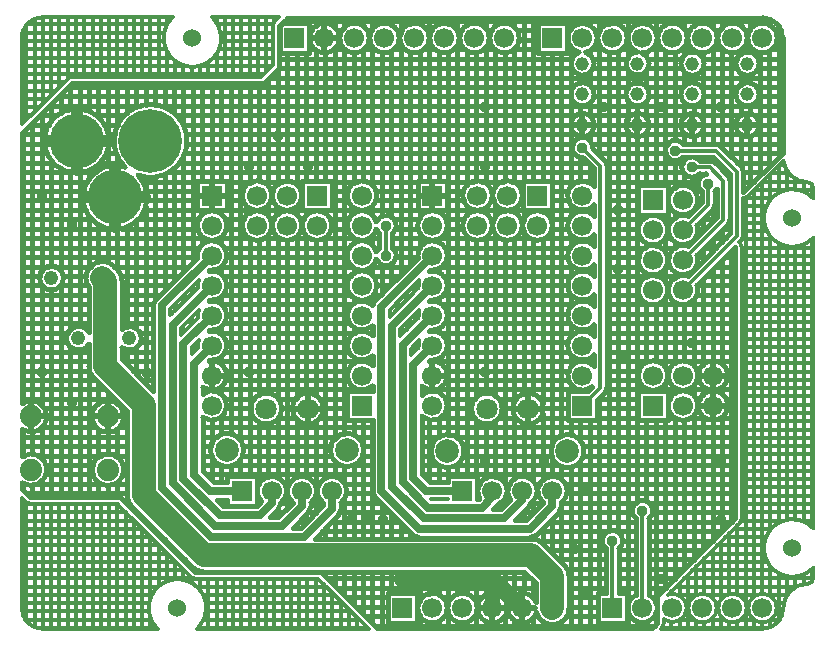
<source format=gbl>
%FSLAX44Y44*%
%MOMM*%
G71*
G01*
G75*
G04 Layer_Physical_Order=2*
G04 Layer_Color=16711680*
%ADD10C,0.4000*%
%ADD11C,0.3000*%
%ADD12C,0.5000*%
%ADD13C,0.8000*%
%ADD14C,1.0000*%
%ADD15C,2.0000*%
%ADD16C,1.5000*%
%ADD17C,1.7000*%
%ADD18R,1.7000X1.7000*%
%ADD19C,1.1600*%
%ADD20C,1.8000*%
%ADD21R,1.7000X1.7000*%
%ADD22C,1.8800*%
%ADD23C,2.0000*%
%ADD24C,4.6200*%
%ADD25C,5.3800*%
%ADD26C,1.2200*%
%ADD27C,1.5240*%
%ADD28C,0.9400*%
%ADD29C,0.7000*%
%ADD30C,1.3000*%
D10*
X652130Y508000D02*
G03*
X635000Y525130I-17130J0D01*
G01*
X647500Y508000D02*
G03*
X647500Y508000I-12500J0D01*
G01*
X632100Y486340D02*
G03*
X632100Y486340I-9800J0D01*
G01*
X622100Y508000D02*
G03*
X622100Y508000I-12500J0D01*
G01*
X632100Y460340D02*
G03*
X632100Y460340I-9800J0D01*
G01*
Y434340D02*
G03*
X632100Y434340I-9800J0D01*
G01*
X596700Y508000D02*
G03*
X596700Y508000I-12500J0D01*
G01*
X585533Y486340D02*
G03*
X585533Y486340I-9800J0D01*
G01*
X571300Y508000D02*
G03*
X571300Y508000I-12500J0D01*
G01*
X585533Y460340D02*
G03*
X585533Y460340I-9800J0D01*
G01*
Y434340D02*
G03*
X585533Y434340I-9800J0D01*
G01*
X568081Y418250D02*
G03*
X568081Y407250I-6741J-5500D01*
G01*
X618910Y394860D02*
G03*
X617291Y398758I-5500J0D01*
G01*
X618910Y394860D02*
G03*
X617299Y398749I-5500J0D01*
G01*
X607480Y387350D02*
G03*
X605861Y391248I-5500J0D01*
G01*
X607480Y387350D02*
G03*
X605869Y391239I-5500J0D01*
G01*
X599418Y416631D02*
G03*
X595520Y418250I-3898J-3881D01*
G01*
X599409Y416639D02*
G03*
X595520Y418250I-3889J-3889D01*
G01*
X594439Y402669D02*
G03*
X590550Y404280I-3889J-3889D01*
G01*
X594448Y402661D02*
G03*
X590550Y404280I-3898J-3881D01*
G01*
X594780Y378069D02*
G03*
X596480Y379926I-5500J6741D01*
G01*
X605861Y350432D02*
G03*
X607480Y354330I-3881J3898D01*
G01*
X605869Y350441D02*
G03*
X607480Y354330I-3889J3889D01*
G01*
X593169Y363141D02*
G03*
X594780Y367030I-3889J3889D01*
G01*
X593161Y363132D02*
G03*
X594780Y367030I-3881J3898D01*
G01*
X582051Y404280D02*
G03*
X577297Y407250I-6741J-5500D01*
G01*
X573323D02*
G03*
X582051Y393280I1987J-8470D01*
G01*
X587293D02*
G03*
X583780Y378069I1987J-8470D01*
G01*
X577203Y362731D02*
G03*
X580190Y370840I-9513J8109D01*
G01*
D02*
G03*
X575799Y361327I-12500J0D01*
G01*
X571738Y357266D02*
G03*
X575799Y335927I-4048J-11826D01*
G01*
X580190Y345440D02*
G03*
X579516Y349488I-12500J0D01*
G01*
X577203Y337331D02*
G03*
X580190Y345440I-9513J8109D01*
G01*
X554790D02*
G03*
X554790Y345440I-12500J0D01*
G01*
X545900Y508000D02*
G03*
X529465Y496135I-12500J0D01*
G01*
X532578Y495527D02*
G03*
X545900Y508000I822J12473D01*
G01*
X520500D02*
G03*
X520500Y508000I-12500J0D01*
G01*
X485231Y495780D02*
G03*
X495100Y508000I-2631J12220D01*
G01*
X529465Y496135D02*
G03*
X538967Y486340I-299J-9796D01*
G01*
D02*
G03*
X532578Y495527I-9800J0D01*
G01*
X538967Y460340D02*
G03*
X538967Y460340I-9800J0D01*
G01*
Y434340D02*
G03*
X538967Y434340I-9800J0D01*
G01*
X492400Y486340D02*
G03*
X485231Y495780I-9800J0D01*
G01*
X495100Y508000D02*
G03*
X479969Y495780I-12500J0D01*
G01*
D02*
G03*
X492400Y486340I2631J-9440D01*
G01*
Y460340D02*
G03*
X492400Y460340I-9800J0D01*
G01*
Y434340D02*
G03*
X492400Y434340I-9800J0D01*
G01*
X429060Y508000D02*
G03*
X429060Y508000I-12500J0D01*
G01*
X403660D02*
G03*
X403660Y508000I-12500J0D01*
G01*
X503340Y400050D02*
G03*
X501729Y403939I-5500J0D01*
G01*
X503340Y400050D02*
G03*
X501721Y403948I-5500J0D01*
G01*
X491300Y415290D02*
G03*
X483478Y406634I-8700J0D01*
G01*
X491256Y414412D02*
G03*
X491300Y415290I-8656J878D01*
G01*
X492340Y382485D02*
G03*
X492340Y366815I-9740J-7835D01*
G01*
Y357085D02*
G03*
X492340Y341415I-9740J-7835D01*
G01*
X431600Y374650D02*
G03*
X431600Y374650I-12500J0D01*
G01*
X406200D02*
G03*
X406200Y374650I-12500J0D01*
G01*
X457000Y349250D02*
G03*
X457000Y349250I-12500J0D01*
G01*
X431600D02*
G03*
X431600Y349250I-12500J0D01*
G01*
X406200D02*
G03*
X406200Y349250I-12500J0D01*
G01*
X580190Y320040D02*
G03*
X579516Y324088I-12500J0D01*
G01*
X577203Y311931D02*
G03*
X580190Y320040I-9513J8109D01*
G01*
X571738Y331866D02*
G03*
X575799Y310527I-4048J-11826D01*
G01*
X580190Y294640D02*
G03*
X579516Y298688I-12500J0D01*
G01*
X571738Y306466D02*
G03*
X580190Y294640I-4048J-11826D01*
G01*
X605590Y222250D02*
G03*
X605590Y222250I-12500J0D01*
G01*
Y196850D02*
G03*
X605590Y196850I-12500J0D01*
G01*
X580190Y222250D02*
G03*
X580190Y222250I-12500J0D01*
G01*
Y196850D02*
G03*
X580190Y196850I-12500J0D01*
G01*
X554790Y320040D02*
G03*
X554790Y320040I-12500J0D01*
G01*
Y294640D02*
G03*
X554790Y294640I-12500J0D01*
G01*
Y222250D02*
G03*
X554790Y222250I-12500J0D01*
G01*
X501729Y208201D02*
G03*
X503340Y212090I-3889J3889D01*
G01*
X501721Y208192D02*
G03*
X503340Y212090I-3881J3898D01*
G01*
X538900Y101209D02*
G03*
X542100Y107950I-5500J6741D01*
G01*
X545850Y26518D02*
G03*
X538900Y36625I-12450J-1119D01*
G01*
X542100Y107950D02*
G03*
X527900Y101209I-8700J0D01*
G01*
X516700Y82550D02*
G03*
X502500Y75809I-8700J0D01*
G01*
X513500D02*
G03*
X516700Y82550I-5500J6741D01*
G01*
X527900Y36625D02*
G03*
X545850Y24281I5500J-11225D01*
G01*
X492340Y306285D02*
G03*
X492340Y290615I-9740J-7835D01*
G01*
Y331685D02*
G03*
X492340Y316015I-9740J-7835D01*
G01*
Y280885D02*
G03*
X492340Y265215I-9740J-7835D01*
G01*
Y255485D02*
G03*
X492340Y239815I-9740J-7835D01*
G01*
Y230085D02*
G03*
X490709Y212737I-9740J-7835D01*
G01*
X483900Y158250D02*
G03*
X483900Y158250I-14000J0D01*
G01*
X464700Y114460D02*
G03*
X469700Y124460I-7500J10000D01*
G01*
D02*
G03*
X449470Y114637I-12500J0D01*
G01*
X449600Y194310D02*
G03*
X449600Y194310I-13000J0D01*
G01*
X414600D02*
G03*
X414600Y194310I-13000J0D01*
G01*
X418900Y124460D02*
G03*
X395353Y118610I-12500J0D01*
G01*
X444300Y124460D02*
G03*
X421595Y117241I-12500J0D01*
G01*
X438777Y114088D02*
G03*
X444300Y124460I-6977J10372D01*
G01*
X410668Y112711D02*
G03*
X418900Y124460I-4268J11749D01*
G01*
X462503Y106457D02*
G03*
X464700Y111760I-5303J5303D01*
G01*
X462503Y106457D02*
G03*
X464700Y111760I-5303J5303D01*
G01*
X449100Y79999D02*
G03*
X439200Y84100I-9900J-9900D01*
G01*
X449100Y79999D02*
G03*
X439200Y84100I-9900J-9900D01*
G01*
X437103Y111537D02*
G03*
X438777Y114088I-5303J5303D01*
G01*
X437103Y111537D02*
G03*
X438777Y114088I-5303J5303D01*
G01*
X437900Y84960D02*
G03*
X443203Y87157I0J7500D01*
G01*
X437900Y84960D02*
G03*
X443203Y87157I0J7500D01*
G01*
X471200Y52100D02*
G03*
X467099Y62000I-14000J0D01*
G01*
X471200Y52100D02*
G03*
X467099Y62000I-14000J0D01*
G01*
X443717Y21629D02*
G03*
X471200Y25400I13483J3771D01*
G01*
X443200Y30527D02*
G03*
X443717Y21629I-11400J-5127D01*
G01*
X418900Y25400D02*
G03*
X418900Y25400I-12500J0D01*
G01*
X393500D02*
G03*
X393500Y25400I-12500J0D01*
G01*
X378260Y508000D02*
G03*
X378260Y508000I-12500J0D01*
G01*
X352860D02*
G03*
X352860Y508000I-12500J0D01*
G01*
X327460D02*
G03*
X327460Y508000I-12500J0D01*
G01*
X308410Y374650D02*
G03*
X308410Y374650I-12500J0D01*
G01*
X302060Y508000D02*
G03*
X302060Y508000I-12500J0D01*
G01*
X276660D02*
G03*
X276660Y508000I-12500J0D01*
G01*
X368100Y349250D02*
G03*
X368100Y349250I-12500J0D01*
G01*
Y323850D02*
G03*
X343226Y322082I-12500J0D01*
G01*
X321730Y342509D02*
G03*
X324930Y349250I-5500J6741D01*
G01*
D02*
G03*
X308052Y352219I-8700J0D01*
G01*
Y346281D02*
G03*
X310730Y342509I8178J2969D01*
G01*
X324930Y323850D02*
G03*
X321730Y330591I-8700J0D01*
G01*
X310730D02*
G03*
X308052Y326819I5500J-6741D01*
G01*
X368100Y298450D02*
G03*
X353042Y310686I-12500J0D01*
G01*
X353832Y311476D02*
G03*
X368100Y323850I1768J12374D01*
G01*
X353832Y286076D02*
G03*
X368100Y298450I1768J12374D01*
G01*
X353832Y260676D02*
G03*
X368100Y273050I1768J12374D01*
G01*
X308052Y320881D02*
G03*
X324930Y323850I8178J2969D01*
G01*
X368100Y273050D02*
G03*
X353042Y285285I-12500J0D01*
G01*
X308052Y352219D02*
G03*
X308052Y346281I-12142J-2969D01*
G01*
Y326819D02*
G03*
X308052Y320881I-12142J-2969D01*
G01*
X270310Y349250D02*
G03*
X270310Y349250I-12500J0D01*
G01*
X308410Y298450D02*
G03*
X308410Y298450I-12500J0D01*
G01*
X307117Y285973D02*
G03*
X304984Y281647I5303J-5303D01*
G01*
X307117Y285973D02*
G03*
X304984Y281647I5303J-5303D01*
G01*
X304984D02*
G03*
X304920Y264386I-9074J-8597D01*
G01*
X106159Y391985D02*
G03*
X147740Y420980I10681J28995D01*
G01*
X244910Y374650D02*
G03*
X244910Y374650I-12500J0D01*
G01*
X219510D02*
G03*
X219510Y374650I-12500J0D01*
G01*
X113940Y372980D02*
G03*
X106159Y391985I-27100J0D01*
G01*
X147740Y420980D02*
G03*
X95457Y398674I-30900J0D01*
G01*
X81440Y420980D02*
G03*
X81440Y420980I-27100J0D01*
G01*
X95457Y398674D02*
G03*
X113940Y372980I-8617J-25694D01*
G01*
X219510Y349250D02*
G03*
X219510Y349250I-12500J0D01*
G01*
X244910D02*
G03*
X244910Y349250I-12500J0D01*
G01*
X181410Y323850D02*
G03*
X156536Y322082I-12500J0D01*
G01*
X181410Y349250D02*
G03*
X181410Y349250I-12500J0D01*
G01*
X167142Y311476D02*
G03*
X181410Y323850I1768J12374D01*
G01*
X167142Y286076D02*
G03*
X181410Y298450I1768J12374D01*
G01*
X167142Y260676D02*
G03*
X181410Y273050I1768J12374D01*
G01*
Y298450D02*
G03*
X166352Y310686I-12500J0D01*
G01*
X181410Y273050D02*
G03*
X166352Y285285I-12500J0D01*
G01*
X121367Y286913D02*
G03*
X119170Y281610I5303J-5303D01*
G01*
X121367Y286913D02*
G03*
X119170Y281610I5303J-5303D01*
G01*
X92700Y302300D02*
G03*
X88600Y312199I-14000J0D01*
G01*
X109160Y253800D02*
G03*
X92700Y261646I-10100J0D01*
G01*
Y302300D02*
G03*
X88600Y312199I-14000J0D01*
G01*
X86100Y314699D02*
G03*
X64700Y296816I-9900J-9900D01*
G01*
X43120Y304800D02*
G03*
X43120Y304800I-10100J0D01*
G01*
X353832Y235276D02*
G03*
X368100Y247650I1768J12374D01*
G01*
D02*
G03*
X353042Y259886I-12500J0D01*
G01*
X368100Y222250D02*
G03*
X353042Y234485I-12500J0D01*
G01*
X346920Y213255D02*
G03*
X368100Y222250I8680J8995D01*
G01*
Y196850D02*
G03*
X346920Y205845I-12500J0D01*
G01*
Y187855D02*
G03*
X368100Y196850I8680J8995D01*
G01*
X382300Y158250D02*
G03*
X382300Y158250I-14000J0D01*
G01*
X304920Y256314D02*
G03*
X304920Y238986I-9010J-8664D01*
G01*
Y230914D02*
G03*
X304920Y213586I-9010J-8664D01*
G01*
X297210Y159250D02*
G03*
X297210Y159250I-14000J0D01*
G01*
X262910Y194310D02*
G03*
X262910Y194310I-13000J0D01*
G01*
X339033Y87157D02*
G03*
X344336Y84960I5303J5303D01*
G01*
X339033Y87157D02*
G03*
X344336Y84960I5303J5303D01*
G01*
X304920Y124376D02*
G03*
X307117Y119073I7500J0D01*
G01*
X304920Y124376D02*
G03*
X307117Y119073I7500J0D01*
G01*
X368100Y25400D02*
G03*
X368100Y25400I-12500J0D01*
G01*
X283010Y124460D02*
G03*
X263010Y114460I-12500J0D01*
G01*
X278010D02*
G03*
X283010Y124460I-7500J10000D01*
G01*
X275813Y103917D02*
G03*
X278010Y109220I-5303J5303D01*
G01*
X252610Y114460D02*
G03*
X257610Y124460I-7500J10000D01*
G01*
D02*
G03*
X237380Y114637I-12500J0D01*
G01*
X275813Y103917D02*
G03*
X278010Y109220I-5303J5303D01*
G01*
X250413Y106457D02*
G03*
X252610Y111760I-5303J5303D01*
G01*
X250413Y106457D02*
G03*
X252610Y111760I-5303J5303D01*
G01*
X167142Y235276D02*
G03*
X181410Y247650I1768J12374D01*
G01*
D02*
G03*
X166352Y259886I-12500J0D01*
G01*
X181410Y222250D02*
G03*
X166352Y234485I-12500J0D01*
G01*
X161170Y212435D02*
G03*
X181410Y222250I7740J9815D01*
G01*
X227910Y194310D02*
G03*
X227910Y194310I-13000J0D01*
G01*
X161170Y187035D02*
G03*
X181410Y196850I7740J9815D01*
G01*
D02*
G03*
X161170Y206665I-12500J0D01*
G01*
X92700Y245954D02*
G03*
X109160Y253800I6360J7846D01*
G01*
X64700Y230100D02*
G03*
X68801Y220201I14000J0D01*
G01*
X64700Y258721D02*
G03*
X64700Y248879I-8820J-4921D01*
G01*
Y230100D02*
G03*
X68801Y220201I14000J0D01*
G01*
X94160Y187600D02*
G03*
X94160Y187600I-13400J0D01*
G01*
X29160D02*
G03*
X8270Y198711I-13400J0D01*
G01*
Y176489D02*
G03*
X29160Y187600I7490J11111D01*
G01*
X232210Y124460D02*
G03*
X210651Y115847I-12500J0D01*
G01*
X195610Y159250D02*
G03*
X195610Y159250I-14000J0D01*
G01*
X227210Y114460D02*
G03*
X232210Y124460I-7500J10000D01*
G01*
X225013Y108997D02*
G03*
X227210Y114300I-5303J5303D01*
G01*
X225013Y108997D02*
G03*
X227210Y114300I-5303J5303D01*
G01*
X151996Y60201D02*
G03*
X161896Y56100I9900J9900D01*
G01*
X151996Y60201D02*
G03*
X161896Y56100I9900J9900D01*
G01*
X94160Y142600D02*
G03*
X94160Y142600I-13400J0D01*
G01*
X29160D02*
G03*
X8270Y153711I-13400J0D01*
G01*
Y131489D02*
G03*
X29160Y142600I7490J11111D01*
G01*
X97170Y120826D02*
G03*
X101271Y110927I14000J0D01*
G01*
X97170Y120826D02*
G03*
X101271Y110927I14000J0D01*
G01*
X645683Y514491D02*
X650853D01*
X640762Y519093D02*
Y524132D01*
X632762Y520298D02*
Y525130D01*
X624762Y515171D02*
Y525130D01*
X643113Y498491D02*
X652130D01*
X647409Y506491D02*
X652130D01*
X631312Y482491D02*
X652130D01*
X631177Y490491D02*
X652130D01*
X617713Y498491D02*
X626887D01*
X616762Y518245D02*
Y525130D01*
X608762Y520472D02*
Y525130D01*
X600762Y516839D02*
Y525130D01*
X594883Y514491D02*
X598917D01*
X592762Y517108D02*
Y525130D01*
X624762Y495826D02*
Y500829D01*
X620283Y514491D02*
X624317D01*
X624762Y469826D02*
Y476854D01*
X616762Y494425D02*
Y497755D01*
Y468425D02*
Y478255D01*
X652130Y410970D02*
Y508000D01*
X648762Y407602D02*
Y518200D01*
X640762Y399602D02*
Y496907D01*
X629929Y466491D02*
X652130D01*
X632762Y391602D02*
Y495702D01*
X632099Y434491D02*
X652130D01*
X631924Y458491D02*
X652130D01*
X628168Y426491D02*
X652130D01*
X627741Y442491D02*
X652130D01*
X624762Y443826D02*
Y450854D01*
X616762Y442425D02*
Y452255D01*
X600762Y415286D02*
Y499160D01*
X592762Y418250D02*
Y498893D01*
X608762Y407286D02*
Y495528D01*
X624762Y383602D02*
Y424854D01*
X616762Y399286D02*
Y426255D01*
X592313Y498491D02*
X601487D01*
X584762Y520487D02*
Y525130D01*
Y490151D02*
Y495513D01*
X576762Y518046D02*
Y525130D01*
X584611Y490491D02*
X613423D01*
X584746Y482491D02*
X613288D01*
X584762Y464151D02*
Y482528D01*
X576762Y470086D02*
Y476594D01*
X583363Y466491D02*
X614671D01*
X569483Y514491D02*
X573517D01*
X568762Y515551D02*
Y525130D01*
Y493228D02*
Y500449D01*
X566913Y498491D02*
X576087D01*
X560762Y520345D02*
Y525130D01*
X576762Y496086D02*
Y497954D01*
X538179Y482491D02*
X566721D01*
X568762Y467228D02*
Y479453D01*
X538044Y490491D02*
X566856D01*
X536796Y466491D02*
X568104D01*
X581174Y442491D02*
X616859D01*
X585357Y458491D02*
X612676D01*
X584762Y438151D02*
Y456529D01*
X576762Y444086D02*
Y450594D01*
X581601Y426491D02*
X616432D01*
X585532Y434491D02*
X612501D01*
X584762Y418250D02*
Y430529D01*
X576762Y418250D02*
Y424594D01*
X568762Y441227D02*
Y453452D01*
X534608Y442491D02*
X570292D01*
X538791Y458491D02*
X566109D01*
X560762Y421431D02*
Y495655D01*
X568762Y418250D02*
Y427453D01*
X538965Y434491D02*
X565934D01*
X535034Y426491D02*
X569865D01*
X605557Y410491D02*
X651651D01*
X613557Y402491D02*
X643651D01*
X599418Y416631D02*
X617291Y398758D01*
X593242Y407250D02*
X607910Y392582D01*
X594448Y402661D02*
X605861Y391248D01*
X618910Y394491D02*
X635651D01*
X618910Y386491D02*
X627651D01*
X602617Y394491D02*
X606001D01*
X592762Y403816D02*
Y407250D01*
X584762Y404280D02*
Y407250D01*
X600762Y396346D02*
Y399730D01*
X595260Y378491D02*
X596480D01*
X594617Y402491D02*
X598001D01*
X584762Y392245D02*
Y393280D01*
X618927Y377767D02*
X652130Y410970D01*
X618910Y377750D02*
Y394860D01*
X607910Y342638D02*
Y392582D01*
X607480Y354330D02*
Y387350D01*
X592519Y362491D02*
X596480D01*
X601919Y346491D02*
X607910D01*
X603319Y322491D02*
X611890D01*
X593919Y338491D02*
X603763D01*
X600762Y335490D02*
Y345334D01*
X594780Y370491D02*
X596480D01*
X594780Y367030D02*
Y378069D01*
X596480Y356608D02*
Y379926D01*
X583780Y369308D02*
Y378069D01*
X585919Y330491D02*
X595763D01*
X592762Y352890D02*
Y362734D01*
Y327490D02*
Y337334D01*
X584519Y354491D02*
X594363D01*
X584762Y344890D02*
Y354734D01*
X577297Y407250D02*
X593242D01*
X582051Y404280D02*
X590550D01*
X567877Y418491D02*
X652130D01*
X568081Y418250D02*
X595520D01*
X582051Y393280D02*
X587293D01*
X580185Y370491D02*
X583780D01*
X503340Y386491D02*
X580744D01*
X577575Y378491D02*
X583300D01*
X568081Y407250D02*
X573323D01*
X568762Y404508D02*
Y407250D01*
X560762Y381244D02*
Y404069D01*
X490690Y418491D02*
X554803D01*
X495177Y410491D02*
X552938D01*
X502769Y402491D02*
X567441D01*
X576762Y379440D02*
Y390202D01*
X568762Y383294D02*
Y393052D01*
X554790Y378491D02*
X557805D01*
X503340Y394491D02*
X567741D01*
X529790Y383340D02*
X554790D01*
X577203Y362731D02*
X583780Y369308D01*
X579516Y349488D02*
X593161Y363132D01*
X571738Y357266D02*
X575799Y361327D01*
X580146Y346491D02*
X586363D01*
X579516Y324088D02*
X605861Y350432D01*
X577203Y337331D02*
X596480Y356608D01*
X554790Y362491D02*
X558387D01*
X554790Y358340D02*
Y383340D01*
X560762Y355844D02*
Y360436D01*
X550912Y354491D02*
X559068D01*
X529790Y358340D02*
X554790D01*
X571738Y331866D02*
X575799Y335927D01*
X560762Y330444D02*
Y335036D01*
X554547Y322491D02*
X555433D01*
X552680Y338491D02*
X557300D01*
X549148Y330491D02*
X560832D01*
X552762Y518945D02*
Y525130D01*
X536762Y520039D02*
Y525130D01*
X544762Y513212D02*
Y525130D01*
X528762Y519608D02*
Y525130D01*
X520762Y491380D02*
Y525130D01*
X541513Y498491D02*
X550687D01*
X544083Y514491D02*
X548117D01*
X536762Y492533D02*
Y495961D01*
X516113Y498491D02*
X525287D01*
X518683Y514491D02*
X522717D01*
X512762Y519557D02*
Y525130D01*
X504762Y520073D02*
Y525130D01*
X496762Y513473D02*
Y525130D01*
X488762Y518876D02*
Y525130D01*
X480762Y520364D02*
Y525130D01*
X490713Y498491D02*
X499887D01*
X493283Y514491D02*
X497317D01*
X491478Y490491D02*
X520289D01*
X488762Y493961D02*
Y497124D01*
X552762Y414200D02*
Y497055D01*
X536762Y466533D02*
Y480147D01*
X544762Y383340D02*
Y502788D01*
X528762Y470132D02*
Y476548D01*
X536762Y440533D02*
Y454147D01*
X528762Y444132D02*
Y450548D01*
X520762Y465379D02*
Y481301D01*
X491613Y482491D02*
X520154D01*
X496762Y408907D02*
Y502527D01*
X488762Y467961D02*
Y478719D01*
X490229Y466491D02*
X521537D01*
X492224Y458491D02*
X519543D01*
X488762Y441961D02*
Y452719D01*
X520762Y439380D02*
Y455300D01*
X488041Y442491D02*
X523726D01*
X464762Y520500D02*
Y525130D01*
X456762Y520500D02*
Y525130D01*
X472762Y515711D02*
Y525130D01*
X444700Y520500D02*
X469700D01*
X448762D02*
Y525130D01*
X424762Y517433D02*
Y525130D01*
X469700Y514491D02*
X471917D01*
X428969Y506491D02*
X444700D01*
X469700Y498491D02*
X474487D01*
X427243Y514491D02*
X444700D01*
X424673Y498491D02*
X444700D01*
X416762Y520498D02*
Y525130D01*
X408762Y517769D02*
Y525130D01*
X400762Y516004D02*
Y525130D01*
X392761Y520397D02*
Y525130D01*
X384762Y518738D02*
Y525130D01*
X376762Y513934D02*
Y525130D01*
X401843Y514491D02*
X405877D01*
X376443D02*
X380477D01*
X399273Y498491D02*
X408447D01*
X368761Y520134D02*
Y525130D01*
X373873Y498491D02*
X383047D01*
X472762Y382361D02*
Y500289D01*
X469700Y495500D02*
Y520500D01*
X456762Y387150D02*
Y495500D01*
X448762Y387150D02*
Y495500D01*
X480762Y469966D02*
Y476714D01*
Y443966D02*
Y450714D01*
X444700Y495500D02*
X469700D01*
X444700D02*
Y520500D01*
X440762Y387150D02*
Y525130D01*
X432762Y387150D02*
Y525130D01*
X400762Y384964D02*
Y499996D01*
X424762Y385794D02*
Y498567D01*
X416762Y386929D02*
Y495502D01*
X408762Y381676D02*
Y498231D01*
X392761Y387115D02*
Y495603D01*
X384762Y383388D02*
Y497262D01*
X536762Y383340D02*
Y428147D01*
X492399Y434491D02*
X519368D01*
X488468Y426491D02*
X523299D01*
X552762Y383340D02*
Y411300D01*
X503340Y378491D02*
X529790D01*
X491256Y414412D02*
X501721Y403948D01*
X492340Y382485D02*
Y397772D01*
X488762Y421432D02*
Y426719D01*
X480762Y423794D02*
Y424714D01*
X486606Y386491D02*
X492340D01*
X488762Y385526D02*
Y401350D01*
X483478Y406634D02*
X492340Y397772D01*
X480762Y387014D02*
Y406786D01*
X536762Y356651D02*
Y358340D01*
X503340Y362491D02*
X529790D01*
X552762Y352266D02*
Y358340D01*
X503340Y354491D02*
X533668D01*
X503340Y370491D02*
X529790D01*
X503340Y346491D02*
X529834D01*
X544762Y332293D02*
Y333187D01*
X536762Y331251D02*
Y334229D01*
X552762Y326866D02*
Y338614D01*
X503340Y338491D02*
X531900D01*
X503340Y330491D02*
X535432D01*
X529790Y358340D02*
Y383340D01*
X488762Y360126D02*
Y363774D01*
X492340Y357085D02*
Y366815D01*
X485499Y362491D02*
X492340D01*
X472762Y356961D02*
Y366939D01*
X488963Y338491D02*
X492340D01*
X488762Y334726D02*
Y338374D01*
X492340Y331685D02*
Y341415D01*
X472762Y331561D02*
Y341539D01*
X457000Y386491D02*
X478594D01*
X457000Y378491D02*
X470705D01*
X457000Y362150D02*
Y387150D01*
X432000D02*
X457000D01*
X423106Y386491D02*
X432000D01*
X430995Y378491D02*
X432000D01*
X457000Y362491D02*
X479701D01*
X457000Y370491D02*
X470812D01*
X432000Y362150D02*
X457000D01*
X430888Y370491D02*
X432000D01*
X421999Y362491D02*
X432000D01*
X405595Y378491D02*
X407205D01*
X432000Y362150D02*
Y387150D01*
X397706Y386491D02*
X415094D01*
X368100D02*
X389694D01*
X405488Y370491D02*
X407312D01*
X368100Y378491D02*
X381805D01*
X396599Y362491D02*
X416201D01*
X368100Y370491D02*
X381912D01*
X368100Y362491D02*
X390801D01*
X455848Y354491D02*
X471252D01*
X448762Y361001D02*
Y362150D01*
X456762Y351679D02*
Y362150D01*
X440762Y361178D02*
Y362150D01*
X432762Y353546D02*
Y362150D01*
X456692Y346491D02*
X470408D01*
X431292D02*
X432308D01*
X450863Y338491D02*
X476237D01*
X430448Y354491D02*
X433152D01*
X425463Y338491D02*
X438137D01*
X424762Y360394D02*
Y363506D01*
X416762Y361529D02*
Y362371D01*
X408762Y356276D02*
Y367624D01*
X400762Y359564D02*
Y364336D01*
X368100Y362150D02*
Y387150D01*
X384762Y357988D02*
Y365912D01*
X405048Y354491D02*
X407752D01*
X405892Y346491D02*
X406908D01*
X400063Y338491D02*
X412737D01*
X595319Y314491D02*
X611890D01*
X592762Y234746D02*
Y311934D01*
X600762Y232119D02*
Y319934D01*
X577203Y311931D02*
X607910Y342638D01*
X579947Y322491D02*
X587763D01*
X579516Y298688D02*
X611890Y331062D01*
X579582Y298491D02*
X611890D01*
X587319Y306491D02*
X611890D01*
X595623Y234491D02*
X611890D01*
X570630Y282491D02*
X611890D01*
X579481Y290491D02*
X611890D01*
X570223Y234491D02*
X590557D01*
X584762Y319490D02*
Y329334D01*
X578891Y314491D02*
X579763D01*
X571738Y306466D02*
X575799Y310527D01*
X560762Y305044D02*
Y309636D01*
X568762Y234704D02*
Y282186D01*
X560762Y232654D02*
Y284236D01*
X611890Y101490D02*
Y331062D01*
X604849Y226491D02*
X611890D01*
X608762Y98362D02*
Y327934D01*
X597329Y210491D02*
X611890D01*
X605011Y218491D02*
X611890D01*
X600762Y206719D02*
Y212381D01*
X584762Y231572D02*
Y303934D01*
X579611Y218491D02*
X581169D01*
X579449Y226491D02*
X581331D01*
X576762Y230850D02*
Y286040D01*
X571929Y210491D02*
X588851D01*
X584762Y206171D02*
Y212929D01*
X576762Y205450D02*
Y213650D01*
X560762Y207254D02*
Y211846D01*
X553491Y314491D02*
X556489D01*
X554182Y298491D02*
X555798D01*
X554081Y290491D02*
X555899D01*
X546266Y306491D02*
X563714D01*
X545230Y282491D02*
X564750D01*
X503340Y250491D02*
X611890D01*
X503340Y258491D02*
X611890D01*
X503340Y242491D02*
X611890D01*
X503340Y274491D02*
X611890D01*
X503340Y266491D02*
X611890D01*
X544762Y306893D02*
Y307787D01*
X536762Y305851D02*
Y308829D01*
X552762Y301466D02*
Y313214D01*
X503340Y314491D02*
X531089D01*
X503340Y322491D02*
X530033D01*
X503340Y282491D02*
X539350D01*
X503340Y290491D02*
X530499D01*
X544762Y234503D02*
Y282387D01*
X503340Y306491D02*
X538314D01*
X503340Y298491D02*
X530398D01*
X544823Y234491D02*
X565157D01*
X552762Y229076D02*
Y287814D01*
X554049Y226491D02*
X555931D01*
X503340Y234491D02*
X539757D01*
X536762Y233461D02*
Y283429D01*
X546529Y210491D02*
X563451D01*
X554211Y218491D02*
X555769D01*
X552762Y209350D02*
Y215424D01*
X503102Y210491D02*
X538051D01*
X529790Y209350D02*
X554790D01*
X528762Y115310D02*
Y424548D01*
X512762Y89831D02*
Y496442D01*
X520762Y8270D02*
Y429300D01*
X503340Y226491D02*
X530531D01*
X503340Y212090D02*
Y400050D01*
X504762Y90625D02*
Y495927D01*
X536762Y209350D02*
Y211039D01*
X503340Y218491D02*
X530369D01*
X529790Y184350D02*
Y209350D01*
X604245Y202491D02*
X611890D01*
X605365Y194491D02*
X611890D01*
X541977Y106490D02*
X611890D01*
X600085Y186491D02*
X611890D01*
X600762Y90362D02*
Y186981D01*
X539137Y114490D02*
X611890D01*
X538900Y98490D02*
X608890D01*
X538900Y90490D02*
X600890D01*
X578845Y202491D02*
X581935D01*
X579965Y194491D02*
X580815D01*
X574685Y186491D02*
X586095D01*
X554790D02*
X560695D01*
X554790Y202491D02*
X556535D01*
X554790Y184350D02*
Y209350D01*
X538900Y82490D02*
X592890D01*
X592762Y82362D02*
Y184354D01*
X529790Y184350D02*
X554790D01*
X536762Y115974D02*
Y184350D01*
X584762Y74362D02*
Y187528D01*
X576762Y66362D02*
Y188250D01*
X568762Y58362D02*
Y184396D01*
X560762Y50362D02*
Y186446D01*
X552762Y42362D02*
Y184350D01*
X545850Y35450D02*
X611890Y101490D01*
X538900Y58490D02*
X568890D01*
X538900Y50490D02*
X560890D01*
X538900Y42490D02*
X552890D01*
X538900Y74490D02*
X584890D01*
X538900Y66490D02*
X576890D01*
X545850Y26518D02*
Y35450D01*
X544762Y30612D02*
Y184350D01*
X545850Y12590D02*
Y24281D01*
X541980Y34490D02*
X545850D01*
X538900Y36625D02*
Y101209D01*
X543817Y18490D02*
X545850D01*
X544762Y11502D02*
Y20188D01*
X541530Y8270D02*
X545850Y12590D01*
X528762Y8270D02*
Y13792D01*
X536762Y8270D02*
Y13361D01*
X495100Y194491D02*
X529790D01*
X496019Y202491D02*
X529790D01*
X495100Y186491D02*
X529790D01*
X483242Y162491D02*
X611890D01*
X476695Y170490D02*
X611890D01*
X483386Y154490D02*
X611890D01*
X477497Y146490D02*
X611890D01*
X513500Y74490D02*
X527900D01*
X468149Y130491D02*
X611890D01*
X469544Y122491D02*
X611890D01*
X511555Y90490D02*
X527900D01*
X495100Y201572D02*
X501721Y208192D01*
X464740Y114490D02*
X527663D01*
X462537Y106490D02*
X524823D01*
X454537Y98490D02*
X527900D01*
X516700Y82490D02*
X527900D01*
X454609Y74490D02*
X502500D01*
X446537Y90490D02*
X504445D01*
X445717Y82490D02*
X499300D01*
X527900Y36625D02*
Y101209D01*
X513500Y66490D02*
X527900D01*
X520500Y12900D02*
Y37900D01*
X513500Y50490D02*
X527900D01*
X513500Y58490D02*
X527900D01*
X513500Y42490D02*
X527900D01*
X520500Y34490D02*
X524820D01*
X520500Y18490D02*
X522983D01*
X513500Y37900D02*
X520500D01*
X495500Y12900D02*
X520500D01*
X502500Y37900D02*
Y75809D01*
X496762Y37900D02*
Y203234D01*
X513500Y37900D02*
Y75809D01*
X469656Y58490D02*
X502500D01*
X462609Y66490D02*
X502500D01*
X471200Y50490D02*
X502500D01*
X504762Y8270D02*
Y12900D01*
X496762Y8270D02*
Y12900D01*
X512762Y8270D02*
Y12900D01*
X471200Y42490D02*
X502500D01*
X495500Y37900D02*
X502500D01*
X492340Y306285D02*
Y316015D01*
X490886Y314491D02*
X492340D01*
Y280885D02*
Y290615D01*
X488823Y258491D02*
X492340D01*
X490793Y282491D02*
X492340D01*
Y255485D02*
Y265215D01*
X485133Y234491D02*
X492340D01*
X488762Y283926D02*
Y287574D01*
Y309326D02*
Y312974D01*
Y258526D02*
Y262174D01*
X472762Y280761D02*
Y290739D01*
Y306161D02*
Y316139D01*
Y255361D02*
Y265339D01*
X492340Y230085D02*
Y239815D01*
X488762Y233126D02*
Y236774D01*
X486839Y210491D02*
X488462D01*
X472762Y229961D02*
Y239939D01*
Y209350D02*
Y214539D01*
X495100Y184350D02*
Y201572D01*
X487322Y209350D02*
X490709Y212737D01*
X488762Y8270D02*
Y184350D01*
X470100D02*
X495100D01*
X470100Y209350D02*
X487322D01*
X470100Y184350D02*
Y209350D01*
X480762Y167083D02*
Y184350D01*
X472762Y171954D02*
Y184350D01*
X480762Y8270D02*
Y149417D01*
X472762Y8270D02*
Y144546D01*
X449599Y194491D02*
X470100D01*
X464762Y171273D02*
Y495500D01*
X456762Y163086D02*
Y346820D01*
X446703Y202491D02*
X470100D01*
X448762Y198903D02*
Y337499D01*
Y133682D02*
Y189717D01*
X464762Y134413D02*
Y145227D01*
X456762Y136952D02*
Y153414D01*
X446985Y186491D02*
X470100D01*
X440762Y206626D02*
Y337322D01*
X368100Y298491D02*
X470100D01*
X381642Y162491D02*
X456558D01*
X381786Y154490D02*
X456414D01*
X375095Y170490D02*
X463105D01*
X375897Y146490D02*
X462303D01*
X432762Y206730D02*
Y344953D01*
X408762Y205159D02*
Y342224D01*
X424762Y199681D02*
Y338106D01*
X400762Y207283D02*
Y338936D01*
X368761Y172242D02*
Y495866D01*
X376762Y169404D02*
Y502066D01*
X411703Y202491D02*
X426497D01*
X414599Y194491D02*
X423601D01*
X411985Y186491D02*
X426215D01*
X392761Y203843D02*
Y336785D01*
X432762Y136923D02*
Y181890D01*
X424762Y134790D02*
Y188939D01*
X440762Y133174D02*
Y181994D01*
X416762Y131452D02*
Y336971D01*
X408762Y136735D02*
Y183461D01*
X442749Y130491D02*
X446251D01*
X417349D02*
X420851D01*
X392761Y136960D02*
Y184777D01*
X384762Y136960D02*
Y340512D01*
X400762Y135616D02*
Y181337D01*
X368500Y136960D02*
X393500D01*
X368761D02*
Y144258D01*
X376762Y136960D02*
Y147096D01*
X393500Y130491D02*
X395451D01*
X393500Y117960D02*
Y136960D01*
X394703Y117960D02*
X395353Y118610D01*
X368500Y131960D02*
Y136960D01*
X393500Y117960D02*
X394703D01*
X464700Y111760D02*
Y114460D01*
X464762Y64337D02*
Y114507D01*
X439341Y114490D02*
X449324D01*
X434793Y99960D02*
X449470Y114637D01*
X443203Y87157D02*
X462503Y106457D01*
X456762Y72337D02*
Y100715D01*
X449100Y79999D02*
X467099Y62000D01*
X448762Y113928D02*
Y115238D01*
X440762Y105928D02*
Y115746D01*
X432057Y106490D02*
X441324D01*
X432762Y99960D02*
Y107195D01*
X440762Y84013D02*
Y85527D01*
X448762Y80326D02*
Y92715D01*
X432762Y84100D02*
Y84960D01*
X471200Y26490D02*
X495500D01*
X471200Y25400D02*
Y52100D01*
X495500Y12900D02*
Y37900D01*
X471200Y34490D02*
X495500D01*
X469376Y18490D02*
X495500D01*
X464762Y8270D02*
Y13618D01*
X456762Y8270D02*
Y11407D01*
X448762Y8270D02*
Y14229D01*
X440380Y34490D02*
X443200D01*
X440762Y34114D02*
Y48739D01*
X443200Y30527D02*
Y46301D01*
X433401Y56100D02*
X443200Y46301D01*
X432762Y37863D02*
Y56100D01*
X442217Y18490D02*
X445024D01*
X440762Y8270D02*
Y16686D01*
X432762Y8270D02*
Y12937D01*
X413941Y114490D02*
X418844D01*
X416762Y112408D02*
Y117468D01*
X425527Y99960D02*
X437103Y111537D01*
X406917Y108960D02*
X410668Y112711D01*
X408762Y108960D02*
Y110805D01*
X413313Y108960D02*
X421595Y117241D01*
X425527Y99960D02*
X434793D01*
X424762Y84100D02*
Y84960D01*
Y35730D02*
Y56100D01*
X406917Y108960D02*
X413313D01*
X416762Y84100D02*
Y84960D01*
X400762Y84100D02*
Y84960D01*
X392761Y84100D02*
Y84960D01*
X408762Y84100D02*
Y84960D01*
X376762Y84100D02*
Y84960D01*
X368761Y84100D02*
Y84960D01*
X384762Y84100D02*
Y84960D01*
X408762Y37675D02*
Y56100D01*
X400762Y36556D02*
Y56100D01*
X389580Y34490D02*
X397820D01*
X384762Y37321D02*
Y56100D01*
X376762Y37160D02*
Y56100D01*
X416762Y32392D02*
Y56100D01*
X414980Y34490D02*
X423220D01*
X424762Y8270D02*
Y15070D01*
X416817Y18490D02*
X421383D01*
X416762Y8270D02*
Y18408D01*
X408762Y8270D02*
Y13125D01*
X392761Y29633D02*
Y56100D01*
X368761Y27943D02*
Y56100D01*
Y8270D02*
Y22857D01*
X391417Y18490D02*
X395983D01*
X392761Y8270D02*
Y21167D01*
X400762Y8270D02*
Y14244D01*
X376762Y8270D02*
Y13641D01*
X384762Y8270D02*
Y13479D01*
X360761Y519457D02*
Y525130D01*
X352761Y509566D02*
Y525130D01*
X344762Y519699D02*
Y525130D01*
X336762Y519971D02*
Y525130D01*
X348473Y498491D02*
X357647D01*
X351043Y514491D02*
X355077D01*
X352761Y387150D02*
Y506434D01*
X343100Y387150D02*
X368100D01*
X323073Y498491D02*
X332247D01*
X344762Y387150D02*
Y496301D01*
X320761Y519072D02*
Y525130D01*
X312761Y520305D02*
Y525130D01*
X328761Y512661D02*
Y525130D01*
X288761Y520475D02*
Y525130D01*
X280761Y516879D02*
Y525130D01*
X304761Y515228D02*
Y525130D01*
X325643Y514491D02*
X329677D01*
X300243D02*
X304277D01*
X296761Y518217D02*
Y525130D01*
X297673Y498491D02*
X306847D01*
X360761Y387150D02*
Y496543D01*
X307805Y378491D02*
X343100D01*
X299916Y386491D02*
X343100D01*
X360761Y360635D02*
Y362150D01*
X344762Y355477D02*
Y362150D01*
X307698Y370491D02*
X343100D01*
X298809Y362491D02*
X343100D01*
X336762Y315618D02*
Y496029D01*
X320761Y356677D02*
Y496928D01*
X328761Y307618D02*
Y503339D01*
X304761Y383476D02*
Y500772D01*
X296761Y387121D02*
Y497783D01*
X312761Y357229D02*
Y495695D01*
X343100Y362150D02*
Y387150D01*
X288761Y384904D02*
Y495526D01*
X304761Y358076D02*
Y365824D01*
X288761Y359504D02*
Y364396D01*
X274843Y514491D02*
X278877D01*
X272761Y517070D02*
Y525130D01*
X230251Y522491D02*
X644135D01*
X232890Y525130D02*
X635000D01*
X272273Y498491D02*
X281447D01*
X225810Y490491D02*
X473722D01*
X225810Y482491D02*
X473587D01*
X217811Y474491D02*
X652130D01*
X264761Y520485D02*
Y525130D01*
X256761Y518075D02*
Y525130D01*
X228260Y520500D02*
X251260D01*
X248761D02*
Y525130D01*
X251260Y495500D02*
Y520500D01*
Y514491D02*
X253477D01*
X251260Y498491D02*
X256047D01*
X226260Y495500D02*
X251260D01*
X139023Y442491D02*
X477159D01*
X144630Y434491D02*
X472801D01*
X147245Y426491D02*
X476732D01*
X47251Y466491D02*
X474971D01*
X39251Y458491D02*
X472976D01*
X126001Y450491D02*
X652130D01*
X145905Y410491D02*
X475343D01*
X147640Y418491D02*
X474510D01*
X270310Y362491D02*
X293011D01*
X141598Y402491D02*
X487621D01*
X132750Y394491D02*
X492340D01*
X270310Y386491D02*
X291904D01*
X264761Y387150D02*
Y495514D01*
X270310Y362150D02*
Y387150D01*
X245310D02*
X270310D01*
X248761D02*
Y495500D01*
X256761Y387150D02*
Y497925D01*
X270310Y370491D02*
X284122D01*
X270310Y378491D02*
X284015D01*
X264761Y359639D02*
Y362150D01*
X236416Y386491D02*
X245310D01*
X244305Y378491D02*
X245310D01*
X366948Y354491D02*
X382352D01*
X367792Y346491D02*
X381508D01*
X361963Y338491D02*
X387337D01*
X343100Y362150D02*
X368100D01*
X321730Y338491D02*
X349237D01*
X366190Y330491D02*
X472010D01*
X360761Y335235D02*
Y337865D01*
X368026Y322491D02*
X470174D01*
X352761Y336023D02*
Y337076D01*
X321851Y330491D02*
X345010D01*
X323174Y354491D02*
X344252D01*
X324481Y346491D02*
X343408D01*
X344762Y330077D02*
Y343023D01*
X321730Y330591D02*
Y342509D01*
X324823Y322491D02*
X343174D01*
X310730Y330591D02*
Y342509D01*
X363886Y314491D02*
X474314D01*
X365171Y306491D02*
X473029D01*
X365238Y290491D02*
X472962D01*
X363793Y282491D02*
X474407D01*
X368017Y274491D02*
X470183D01*
X366241Y266491D02*
X471959D01*
X361823Y258491D02*
X476377D01*
X360761Y309835D02*
Y312465D01*
X353042Y310686D02*
X353832Y311476D01*
X320761Y299618D02*
Y316423D01*
X308410Y298491D02*
X319634D01*
X312761Y291618D02*
Y315871D01*
X360761Y284435D02*
Y287065D01*
X353042Y285285D02*
X353832Y286076D01*
X360761Y259035D02*
Y261665D01*
X353042Y259886D02*
X353832Y260676D01*
X302273Y338491D02*
X310730D01*
X307258Y354491D02*
X309286D01*
X304761Y332676D02*
Y340424D01*
X264173Y338491D02*
X289547D01*
X288761Y334104D02*
Y338996D01*
X304196Y314491D02*
X335634D01*
X306500Y330491D02*
X310609D01*
X304761Y307276D02*
Y315024D01*
X288761Y308704D02*
Y313596D01*
X269158Y354491D02*
X284562D01*
X248761Y357874D02*
Y362150D01*
X270002Y346491D02*
X283718D01*
X245310Y362150D02*
X270310D01*
X243758Y354491D02*
X246462D01*
X238773Y338491D02*
X251447D01*
X244602Y346491D02*
X245618D01*
X181336Y322491D02*
X283484D01*
X179500Y330491D02*
X285320D01*
X177196Y314491D02*
X287624D01*
X305481Y306491D02*
X327634D01*
X305548Y290491D02*
X311634D01*
X307117Y285973D02*
X343226Y322082D01*
X304761Y281876D02*
Y289624D01*
X304103Y282491D02*
X305144D01*
X304920Y256314D02*
Y264386D01*
X302133Y258491D02*
X304920D01*
X288761Y283304D02*
Y288196D01*
X181410Y298491D02*
X283410D01*
X181327Y274491D02*
X283493D01*
X178481Y306491D02*
X286339D01*
X178548Y290491D02*
X286272D01*
X177103Y282491D02*
X287717D01*
X304761Y256476D02*
Y264224D01*
X288761Y257904D02*
Y262796D01*
X181083Y250491D02*
X283737D01*
X179551Y266491D02*
X285269D01*
X175133Y258491D02*
X289687D01*
X228260Y520500D02*
X232890Y525130D01*
X232761Y520500D02*
Y525001D01*
X240761Y520500D02*
Y525130D01*
X226260Y518500D02*
X228260Y520500D01*
X226260Y495500D02*
Y518500D01*
X225810Y482490D02*
Y518050D01*
X232761Y387145D02*
Y495500D01*
X213110Y469790D02*
X225810Y482490D01*
X208761Y387027D02*
Y469790D01*
X156410Y387150D02*
X181410D01*
X176761D02*
Y469790D01*
X181410Y386491D02*
X203004D01*
X160761Y387150D02*
Y469790D01*
X144761Y434217D02*
Y469790D01*
X168761Y387150D02*
Y469790D01*
X128761Y449488D02*
Y469790D01*
X104761Y449421D02*
Y469790D01*
X136761Y444601D02*
Y469790D01*
X120761Y451630D02*
Y469790D01*
X112761Y451610D02*
Y469790D01*
X110332Y386491D02*
X156410D01*
X96761Y444467D02*
Y469790D01*
X240761Y383951D02*
Y495500D01*
X224761Y384537D02*
Y481441D01*
X216761Y382471D02*
Y473442D01*
X200761Y385476D02*
Y469790D01*
X181410Y362150D02*
Y387150D01*
X211016Y386491D02*
X228404D01*
X218905Y378491D02*
X220515D01*
X245310Y362150D02*
Y387150D01*
X181410Y378491D02*
X195115D01*
X152761Y318308D02*
Y469790D01*
X144761Y310308D02*
Y407743D01*
X136761Y302308D02*
Y397359D01*
X112761Y380886D02*
Y390350D01*
X128761Y294308D02*
Y392472D01*
X156410Y362150D02*
Y387150D01*
X113374Y378491D02*
X156410D01*
X120761Y286229D02*
Y390330D01*
X88761Y433879D02*
Y469790D01*
X72761Y440856D02*
Y469790D01*
X80761Y427007D02*
Y469790D01*
X50550D02*
X213110D01*
X31251Y450491D02*
X107679D01*
X64761Y445996D02*
Y469790D01*
X77832Y434491D02*
X89050D01*
X80874Y426491D02*
X86435D01*
X81325Y418491D02*
X86040D01*
X70823Y442491D02*
X94657D01*
X56761Y447972D02*
Y469790D01*
X48761Y447500D02*
Y468001D01*
X40761Y444433D02*
Y460001D01*
X32761Y437374D02*
Y452001D01*
X8270Y427510D02*
X50550Y469790D01*
X23251Y442491D02*
X37857D01*
X15251Y434491D02*
X30848D01*
X8270Y426491D02*
X27806D01*
X8270Y418491D02*
X27355D01*
X88761Y400012D02*
Y408081D01*
X80761Y399389D02*
Y414953D01*
X74153Y402491D02*
X92082D01*
X79328Y410491D02*
X87775D01*
X72761Y396136D02*
Y401104D01*
X64761Y388694D02*
Y395964D01*
X60061Y394491D02*
X70357D01*
X32761Y314897D02*
Y404586D01*
X40761Y311287D02*
Y397527D01*
X8270Y402491D02*
X34527D01*
X8270Y410491D02*
X29352D01*
X24761Y310614D02*
Y444001D01*
X56761Y263862D02*
Y393988D01*
X8270Y394491D02*
X48619D01*
X48761Y260965D02*
Y394460D01*
X8270Y386491D02*
X63348D01*
X8270Y378491D02*
X60306D01*
X244198Y370491D02*
X245310D01*
X224761Y359137D02*
Y364763D01*
X240761Y358551D02*
Y365349D01*
X209909Y362491D02*
X229511D01*
X218798Y370491D02*
X220622D01*
X216761Y357071D02*
Y366829D01*
X235309Y362491D02*
X245310D01*
X218358Y354491D02*
X221062D01*
X219202Y346491D02*
X220218D01*
X181410Y362491D02*
X204111D01*
X213373Y338491D02*
X226047D01*
X181410Y370491D02*
X195222D01*
X200761Y360076D02*
Y363824D01*
X113826Y370491D02*
X156410D01*
X111828Y362491D02*
X156410D01*
X180258Y354491D02*
X195662D01*
X176761Y358977D02*
Y362150D01*
X181102Y346491D02*
X194818D01*
X156410Y362150D02*
X181410D01*
X160761Y358729D02*
Y362150D01*
X175273Y338491D02*
X200647D01*
X176761Y308177D02*
Y314123D01*
Y333577D02*
Y339523D01*
X166352Y310686D02*
X167142Y311476D01*
X176761Y282777D02*
Y288723D01*
X160761Y333329D02*
Y339771D01*
X121367Y286913D02*
X156536Y322082D01*
X166352Y259886D02*
X167142Y260676D01*
X166352Y285285D02*
X167142Y286076D01*
X176761Y257377D02*
Y263323D01*
X108005Y258491D02*
X119170D01*
X106653Y354491D02*
X157562D01*
X92561Y346491D02*
X156718D01*
X88761Y312035D02*
Y345948D01*
X8270Y322491D02*
X156484D01*
X86308Y314491D02*
X148944D01*
X86100Y314699D02*
X88600Y312199D01*
X8270Y338491D02*
X162547D01*
X8270Y330491D02*
X158320D01*
X80761Y318036D02*
Y346571D01*
X72761Y318371D02*
Y349824D01*
X64761Y312872D02*
Y357266D01*
X8270Y362491D02*
X61852D01*
X8270Y370491D02*
X59855D01*
X8270Y354491D02*
X67027D01*
X8270Y346491D02*
X81119D01*
X35866Y314491D02*
X66096D01*
X42977Y306491D02*
X62302D01*
X8270Y314491D02*
X30174D01*
X8270Y306491D02*
X23063D01*
X92700Y298491D02*
X132944D01*
X96761Y263635D02*
Y347761D01*
X104761Y262137D02*
Y352652D01*
X92058Y306491D02*
X140944D01*
X92700Y261646D02*
Y302300D01*
Y266491D02*
X119170D01*
X92700Y274491D02*
X119170D01*
X92700Y290491D02*
X124944D01*
X92700Y282491D02*
X119222D01*
X64700Y258721D02*
Y296816D01*
X40907Y298491D02*
X63702D01*
X8270D02*
X25133D01*
X8270Y266491D02*
X64700D01*
X8270Y274491D02*
X64700D01*
X8270Y258491D02*
X46935D01*
X8270Y290491D02*
X64700D01*
X8270Y282491D02*
X64700D01*
X366986Y242491D02*
X471214D01*
X367773Y250491D02*
X470427D01*
X360761Y233635D02*
Y236265D01*
X367359Y226491D02*
X470841D01*
X367521Y218491D02*
X470679D01*
X359839Y210491D02*
X478361D01*
X358133Y234491D02*
X480067D01*
X353042Y234485D02*
X353832Y235276D01*
X298443Y234491D02*
X304920D01*
X304761Y231076D02*
Y238824D01*
X304920Y230914D02*
Y238986D01*
X346920Y210491D02*
X351361D01*
X304920Y209350D02*
Y213586D01*
X352761Y209023D02*
Y210077D01*
X300149Y210491D02*
X304920D01*
X304761Y209350D02*
Y213424D01*
X366755Y202491D02*
X391497D01*
X367875Y194491D02*
X388601D01*
X362595Y186491D02*
X391215D01*
X360761Y208235D02*
Y210865D01*
Y170047D02*
Y185465D01*
Y131960D02*
Y146453D01*
X346920Y178491D02*
X611890D01*
X346920Y170490D02*
X361505D01*
X346920Y138667D02*
Y187855D01*
Y205845D02*
Y213255D01*
X352761Y132825D02*
Y184676D01*
X346920Y186491D02*
X348605D01*
X304920Y124376D02*
Y184350D01*
X304761Y84100D02*
Y184350D01*
X346920Y162491D02*
X354958D01*
X346920Y154490D02*
X354814D01*
X346920Y146490D02*
X360703D01*
X296761Y162766D02*
Y184350D01*
X296830Y162491D02*
X304920D01*
X288761Y232504D02*
Y237396D01*
X171443Y234491D02*
X293377D01*
X180296Y242491D02*
X284524D01*
X180669Y226491D02*
X284151D01*
X283410Y209350D02*
X304920D01*
X288761D02*
Y211996D01*
X260013Y202491D02*
X283410D01*
X180831Y218491D02*
X283989D01*
X173149Y210491D02*
X291671D01*
X256761Y205358D02*
Y336794D01*
X283410Y184350D02*
Y209350D01*
X248761Y207259D02*
Y340626D01*
X240761Y203546D02*
Y339949D01*
X225013Y202491D02*
X239807D01*
X262909Y194491D02*
X283410D01*
X260295Y186491D02*
X283410D01*
X225295D02*
X239525D01*
X283410Y184350D02*
X304920D01*
X288761Y172102D02*
Y184350D01*
X291556Y170490D02*
X304920D01*
X161170Y178491D02*
X304920D01*
X280761Y173034D02*
Y499121D01*
X288972Y146490D02*
X304920D01*
X296376Y154490D02*
X304920D01*
X296761Y84100D02*
Y155735D01*
X187372Y146490D02*
X277448D01*
X288761Y84100D02*
Y146398D01*
X272761Y168568D02*
Y498930D01*
X264761Y135560D02*
Y338861D01*
X256761Y128987D02*
Y183262D01*
X240761Y136179D02*
Y185074D01*
X272761Y136756D02*
Y149932D01*
X195230Y162491D02*
X269590D01*
X248761Y136415D02*
Y181361D01*
X189956Y170490D02*
X274864D01*
X194776Y154490D02*
X270044D01*
X347096Y138490D02*
X611890D01*
X353627Y131960D02*
X368500D01*
X360761Y84100D02*
Y84960D01*
X346920Y138667D02*
X353627Y131960D01*
X360761Y36785D02*
Y56100D01*
X352761Y37573D02*
Y56100D01*
X364180Y34490D02*
X372420D01*
X344336Y84960D02*
X437900D01*
X344762Y84100D02*
Y84960D01*
X352761Y84100D02*
Y84960D01*
X320761Y84100D02*
Y105428D01*
X312761Y84100D02*
Y113428D01*
X328761Y84100D02*
Y97428D01*
X307117Y119073D02*
X339033Y87157D01*
X336762Y37900D02*
Y56100D01*
Y84100D02*
Y89428D01*
X328761Y37900D02*
Y56100D01*
X317700Y37900D02*
X342700D01*
X320761D02*
Y56100D01*
X366017Y18490D02*
X370583D01*
X344762Y31627D02*
Y56100D01*
Y8270D02*
Y19173D01*
X342700Y34490D02*
X347020D01*
X342700Y12900D02*
Y37900D01*
X352761Y8270D02*
Y13226D01*
X342700Y18490D02*
X345183D01*
X360761Y8270D02*
Y14015D01*
X306649Y10490D02*
X543750D01*
X308870Y8270D02*
X541530D01*
X317700Y12900D02*
Y37900D01*
X304761Y12378D02*
Y56100D01*
X312761Y8270D02*
Y56100D01*
X290650Y26490D02*
X317700D01*
X288761Y28378D02*
Y56100D01*
X296761Y20378D02*
Y56100D01*
X328761Y8270D02*
Y12900D01*
X320761Y8270D02*
Y12900D01*
X336762Y8270D02*
Y12900D01*
X298650Y18490D02*
X317700D01*
Y12900D02*
X342700D01*
X281459Y130491D02*
X304920D01*
X280761Y131613D02*
Y145466D01*
X282854Y122491D02*
X305161D01*
X164216Y138490D02*
X304920D01*
X278050Y114490D02*
X311699D01*
X278010Y109220D02*
Y114460D01*
X277496Y106490D02*
X319699D01*
X270387Y98490D02*
X327699D01*
X252651Y114490D02*
X262969D01*
X256059Y130491D02*
X259561D01*
X256761Y106078D02*
Y119933D01*
X252610Y111760D02*
Y114460D01*
X263010Y112327D02*
Y114460D01*
X250447Y106490D02*
X257174D01*
X262387Y90490D02*
X335699D01*
X280761Y84100D02*
Y117308D01*
Y36378D02*
Y56100D01*
X255997Y84100D02*
X439200D01*
X255997D02*
X275813Y103917D01*
X161896Y56100D02*
X433401D01*
X274650Y42490D02*
X443200D01*
X272761Y44378D02*
Y56100D01*
X282649Y34490D02*
X317700D01*
X266649Y50490D02*
X439011D01*
X261370Y55770D02*
X308870Y8270D01*
X243983Y93300D02*
X263010Y112327D01*
X248761Y98078D02*
Y104805D01*
X272761Y84100D02*
Y100865D01*
X242447Y98490D02*
X249174D01*
X240761Y93300D02*
Y96805D01*
X237257Y93300D02*
X250413Y106457D01*
X264761Y84100D02*
Y92865D01*
X256761Y84100D02*
Y84865D01*
X264761Y52379D02*
Y56100D01*
X237257Y93300D02*
X243983D01*
X154690Y55770D02*
X261370D01*
X176761Y231977D02*
Y237923D01*
X216761Y207178D02*
Y341429D01*
X166352Y234485D02*
X167142Y235276D01*
X176761Y206577D02*
Y212523D01*
X161170Y210491D02*
X164671D01*
X108602Y250491D02*
X119170D01*
X112761Y215838D02*
Y365074D01*
X119170Y209429D02*
Y281610D01*
X92700Y242491D02*
X119170D01*
X96761Y231838D02*
Y243965D01*
X104761Y223838D02*
Y245463D01*
X118108Y210491D02*
X119170D01*
X110108Y218491D02*
X119170D01*
X161170Y206665D02*
Y212435D01*
X94108Y234491D02*
X119170D01*
X102108Y226491D02*
X119170D01*
X227909Y194491D02*
X236911D01*
X224761Y202792D02*
Y339363D01*
X232761Y126399D02*
Y336755D01*
X208761Y205764D02*
Y336873D01*
X180065Y202491D02*
X204807D01*
X224761Y135894D02*
Y185828D01*
X216761Y136607D02*
Y181443D01*
X208761Y130491D02*
Y182856D01*
X181185Y194491D02*
X201911D01*
X175905Y186491D02*
X204525D01*
X192761Y167715D02*
Y469790D01*
X184761Y172891D02*
Y469790D01*
X200761Y136960D02*
Y338424D01*
X96761Y113699D02*
Y192240D01*
X176761Y172384D02*
Y187123D01*
X168761Y164810D02*
Y184351D01*
X161170Y141537D02*
Y187035D01*
X94114Y186491D02*
X97170D01*
Y120826D02*
Y191831D01*
X92700Y235899D02*
Y245954D01*
Y235899D02*
X119170Y209429D01*
X8270Y218491D02*
X70510D01*
X72761Y198351D02*
Y216240D01*
X88761Y198349D02*
Y200240D01*
X80761Y201000D02*
Y208240D01*
X92253Y194491D02*
X94510D01*
X8270Y210491D02*
X78510D01*
X8270Y202491D02*
X86510D01*
X16761Y200963D02*
Y436001D01*
X24761Y197527D02*
Y298986D01*
X8270Y250491D02*
X46338D01*
X8761Y199027D02*
Y428001D01*
X8270Y198711D02*
Y427510D01*
X64700Y230100D02*
Y248879D01*
X8270Y242491D02*
X64700D01*
X8270Y234491D02*
X64700D01*
X8270Y226491D02*
X65173D01*
X68801Y220201D02*
X97170Y191831D01*
X27253Y194491D02*
X69267D01*
X90587Y178491D02*
X97170D01*
X88761Y153349D02*
Y176851D01*
X29114Y186491D02*
X67406D01*
X25587Y178491D02*
X70933D01*
X56761Y119270D02*
Y243738D01*
X48761Y119270D02*
Y246635D01*
X64761Y119270D02*
Y228793D01*
X32761Y119270D02*
Y294703D01*
X40761Y119270D02*
Y298313D01*
X24761Y152527D02*
Y177673D01*
X230659Y130491D02*
X234161D01*
X192761Y136960D02*
Y150786D01*
X181810Y136960D02*
X206810D01*
X184761D02*
Y145609D01*
X227250Y114490D02*
X237234D01*
X208761Y113958D02*
Y118429D01*
X206810Y130491D02*
X208761D01*
X206810Y114490D02*
X209294D01*
X168761Y133945D02*
Y153690D01*
X161170Y162491D02*
X167990D01*
X176761Y131960D02*
Y146116D01*
X161170Y170490D02*
X173264D01*
X161170Y154490D02*
X168444D01*
X161170Y146490D02*
X175848D01*
X173019Y116960D02*
X181810D01*
Y131960D02*
Y136960D01*
X175488Y114490D02*
X181810D01*
X161170Y141537D02*
X170747Y131960D01*
X181810D01*
X232761Y110018D02*
Y122521D01*
X225043Y102300D02*
X237380Y114637D01*
X206810Y112007D02*
X210651Y115847D01*
X206810Y112007D02*
Y136960D01*
X222507Y106490D02*
X229234D01*
X224761Y102300D02*
Y108745D01*
X218317Y102300D02*
X225013Y108997D01*
X181810Y111960D02*
X206763D01*
X218317Y102300D02*
X225043D01*
X181810Y111960D02*
Y116960D01*
X176761Y113217D02*
Y116960D01*
X178479Y111500D02*
X206303D01*
X173019Y116960D02*
X178479Y111500D01*
X136761Y73699D02*
Y75436D01*
X144761Y65699D02*
Y67436D01*
X152761Y57699D02*
Y59491D01*
X143969Y66490D02*
X145707D01*
X151969Y58490D02*
X154072D01*
X80761Y156000D02*
Y174200D01*
X72761Y153351D02*
Y176849D01*
X8270Y162491D02*
X97170D01*
X8270Y170490D02*
X97170D01*
X21939Y154490D02*
X74581D01*
X93583Y146490D02*
X97170D01*
X86939Y154490D02*
X97170D01*
X93514Y138490D02*
X97170D01*
X21498Y130491D02*
X75022D01*
X86498D02*
X97170D01*
X16761Y155963D02*
Y174237D01*
X8761Y154027D02*
Y176173D01*
X28583Y146490D02*
X67937D01*
X8270Y154490D02*
X9581D01*
X8270Y153711D02*
Y176489D01*
X28514Y138490D02*
X68006D01*
X8761Y125499D02*
Y131173D01*
X8270Y130491D02*
X10022D01*
X8270Y125990D02*
Y131489D01*
X111969Y98490D02*
X113707D01*
X104761Y105699D02*
Y107436D01*
X112761Y97699D02*
Y99436D01*
X101271Y110927D02*
X151996Y60201D01*
X103969Y106490D02*
X105707D01*
X91190Y119270D02*
X154690Y55770D01*
X127969Y82490D02*
X129706D01*
X128761Y81699D02*
Y83436D01*
X135969Y74490D02*
X137706D01*
X119969Y90490D02*
X121706D01*
X120761Y89699D02*
Y91436D01*
X80761Y119270D02*
Y129200D01*
X72761Y119270D02*
Y131849D01*
X88761Y119270D02*
Y131851D01*
X16761Y119270D02*
Y129237D01*
X8270Y125990D02*
X14990Y119270D01*
X24761D02*
Y132673D01*
X95969Y114490D02*
X98686D01*
X11769Y122491D02*
X97170D01*
X14990Y119270D02*
X91190D01*
D11*
X7770Y25400D02*
G03*
X25400Y7770I17630J0D01*
G01*
X11101Y115381D02*
G03*
X14990Y113770I3889J3889D01*
G01*
X11092Y115389D02*
G03*
X14990Y113770I3898J3881D01*
G01*
X164060Y25400D02*
G03*
X122890Y7770I-24360J0D01*
G01*
X156510D02*
G03*
X164060Y25400I-16810J17630D01*
G01*
X150792Y51889D02*
G03*
X154690Y50270I3898J3881D01*
G01*
X150801Y51881D02*
G03*
X154690Y50270I3889J3889D01*
G01*
X157705Y251946D02*
G03*
X157068Y245708I11205J-4296D01*
G01*
X50550Y475290D02*
G03*
X46652Y473671I0J-5500D01*
G01*
X50550Y475290D02*
G03*
X46661Y473679I0J-5500D01*
G01*
X25400Y525630D02*
G03*
X7770Y508000I0J-17630D01*
G01*
X157705Y277346D02*
G03*
X157068Y271108I11205J-4296D01*
G01*
X157705Y302746D02*
G03*
X157068Y296508I11205J-4296D01*
G01*
X135590Y525630D02*
G03*
X176760Y508000I16810J-17630D01*
G01*
D02*
G03*
X169210Y525630I-24360J0D01*
G01*
X222152Y522158D02*
G03*
X220310Y518050I3658J-4108D01*
G01*
X549730Y8692D02*
G03*
X551350Y12590I-3881J3898D01*
G01*
X549739Y8701D02*
G03*
X551350Y12590I-3889J3889D01*
G01*
Y15993D02*
G03*
X570800Y25400I7450J9407D01*
G01*
D02*
G03*
X554940Y36762I-12000J0D01*
G01*
X596200Y25400D02*
G03*
X596200Y25400I-12000J0D01*
G01*
X621600D02*
G03*
X621600Y25400I-12000J0D01*
G01*
X615770Y97592D02*
G03*
X617390Y101490I-3881J3898D01*
G01*
X615779Y97601D02*
G03*
X617390Y101490I-3889J3889D01*
G01*
X635000Y7770D02*
G03*
X652630Y25400I0J17630D01*
G01*
X647000D02*
G03*
X647000Y25400I-12000J0D01*
G01*
X673049Y45870D02*
G03*
X652630Y25456I51J-20470D01*
G01*
X673100Y45870D02*
G03*
X678030Y50800I0J4930D01*
G01*
X678030Y93010D02*
G03*
X678030Y59390I-17630J-16810D01*
G01*
X344395Y251946D02*
G03*
X343758Y245708I11205J-4296D01*
G01*
X344395Y277346D02*
G03*
X343758Y271108I11205J-4296D01*
G01*
X344395Y302746D02*
G03*
X343758Y296508I11205J-4296D01*
G01*
X617390Y331062D02*
G03*
X615409Y335288I-5500J0D01*
G01*
X617390Y331062D02*
G03*
X615409Y335288I-5500J0D01*
G01*
X616945Y336824D02*
G03*
X618410Y340360I-3535J3535D01*
G01*
X616945Y336824D02*
G03*
X618410Y340360I-3535J3535D01*
G01*
Y372273D02*
G03*
X622808Y373870I500J5477D01*
G01*
X618410Y372273D02*
G03*
X622799Y373861I500J5477D01*
G01*
X678030Y372410D02*
G03*
X678030Y338790I-17630J-16810D01*
G01*
X652789Y403851D02*
G03*
X673100Y385930I20311J2549D01*
G01*
X678030Y381000D02*
G03*
X673100Y385930I-4930J-0D01*
G01*
X613410Y340360D02*
Y394860D01*
X595520Y412750D02*
X613410Y394860D01*
X561340Y412750D02*
X595520D01*
X575310Y398780D02*
X590550D01*
X567690Y294640D02*
X613410Y340360D01*
X567690Y320040D02*
X601980Y354330D01*
Y387350D01*
X590550Y398780D02*
X601980Y387350D01*
X567690Y345440D02*
X589280Y367030D01*
Y384810D01*
X316230Y323850D02*
Y349250D01*
X508000Y25400D02*
Y82550D01*
X533400Y25400D02*
Y107950D01*
X482600Y415290D02*
X497840Y400050D01*
Y212090D02*
Y400050D01*
X482600Y196850D02*
X497840Y212090D01*
X7770Y29491D02*
X115686D01*
X7770Y36491D02*
X118011D01*
X7770Y57491D02*
X145191D01*
X7770Y43491D02*
X123386D01*
X7770Y85491D02*
X117191D01*
X7770Y92491D02*
X110191D01*
X7770Y64491D02*
X138191D01*
X7770Y78491D02*
X124191D01*
X7770Y71491D02*
X131191D01*
X116762Y7770D02*
Y17200D01*
X109762Y7770D02*
Y92920D01*
X25400Y7770D02*
X122890D01*
X10819Y15490D02*
X117447D01*
X20411Y8490D02*
X122165D01*
X8012Y22491D02*
X115514D01*
X116762Y33600D02*
Y85920D01*
X123762Y43822D02*
Y78920D01*
X144762Y49228D02*
Y57920D01*
X130762Y48061D02*
Y71920D01*
X137762Y49683D02*
Y64920D01*
X11762Y14228D02*
Y114817D01*
X7770Y25400D02*
Y118712D01*
Y99491D02*
X103191D01*
X18762Y9068D02*
Y113770D01*
X25762Y7770D02*
Y113770D01*
X7770Y118712D02*
X11092Y115389D01*
X7770Y106491D02*
X96191D01*
X7770Y113491D02*
X89191D01*
X14990Y113770D02*
X88912D01*
X81762Y7770D02*
Y113770D01*
X74762Y7770D02*
Y113770D01*
X102762Y7770D02*
Y99920D01*
X88762Y7770D02*
Y113770D01*
X95762Y7770D02*
Y106920D01*
X46762Y7770D02*
Y113770D01*
X32762Y7770D02*
Y113770D01*
X39762Y7770D02*
Y113770D01*
X67762Y7770D02*
Y113770D01*
X53762Y7770D02*
Y113770D01*
X60762Y7770D02*
Y113770D01*
X158762Y7770D02*
Y10233D01*
X156510Y7770D02*
X301592D01*
X157235Y8490D02*
X300871D01*
X161389Y36491D02*
X272871D01*
X156014Y43491D02*
X265871D01*
X158762Y40567D02*
Y50270D01*
X161953Y15490D02*
X293871D01*
X163714Y29491D02*
X279871D01*
X163885Y22491D02*
X286871D01*
X277762Y7770D02*
Y31600D01*
X270762Y7770D02*
Y38600D01*
X298762Y7770D02*
Y10600D01*
X284762Y7770D02*
Y24600D01*
X291762Y7770D02*
Y17600D01*
X186762Y7770D02*
Y50270D01*
X165762Y7770D02*
Y50270D01*
X179762Y7770D02*
Y50270D01*
X263762Y7770D02*
Y45600D01*
X193762Y7770D02*
Y50270D01*
X200762Y7770D02*
Y50270D01*
X7770Y50491D02*
X153148D01*
X151762Y46564D02*
Y51114D01*
X154690Y50270D02*
X259092D01*
X88912Y113770D02*
X150792Y51889D01*
X151670Y240310D02*
Y245910D01*
X151762Y240401D02*
Y246002D01*
X151670Y240310D02*
X157068Y245708D01*
X151670Y245910D02*
X157705Y251946D01*
X152250Y246491D02*
X156966D01*
X242762Y7770D02*
Y50270D01*
X235762Y7770D02*
Y50270D01*
X259092D02*
X301592Y7770D01*
X249762D02*
Y50270D01*
X256762Y7770D02*
Y50270D01*
X207762Y7770D02*
Y50270D01*
X172762Y7770D02*
Y50270D01*
X228762Y7770D02*
Y50270D01*
X214762Y7770D02*
Y50270D01*
X221762Y7770D02*
Y50270D01*
X7770Y442491D02*
X15473D01*
X7770Y434788D02*
Y508000D01*
Y449491D02*
X22473D01*
X7770Y434788D02*
X46652Y473671D01*
X7770Y456491D02*
X29473D01*
X7770Y463491D02*
X36473D01*
X7770Y470491D02*
X43473D01*
X7770Y491491D02*
X134487D01*
X7770Y505491D02*
X128170D01*
X7770Y498491D02*
X129973D01*
X133670Y274491D02*
X135051D01*
X133670Y273109D02*
Y278710D01*
X142670Y256709D02*
Y262311D01*
X137762Y277201D02*
Y282802D01*
X144762Y258801D02*
Y264402D01*
X130762Y475290D02*
Y496811D01*
X137762Y475290D02*
Y488529D01*
X136451Y281491D02*
X142051D01*
X144762Y475290D02*
Y484869D01*
Y284201D02*
Y289802D01*
X11762Y438780D02*
Y519172D01*
X18762Y445780D02*
Y524333D01*
X39762Y466780D02*
Y525630D01*
X25762Y452780D02*
Y525630D01*
X32762Y459780D02*
Y525630D01*
X53762Y475290D02*
Y525630D01*
X46762Y473777D02*
Y525630D01*
X8352Y512491D02*
X128458D01*
X12030Y519491D02*
X130921D01*
X25400Y525630D02*
X135590D01*
X67762Y475290D02*
Y525630D01*
X60762Y475290D02*
Y525630D01*
X88762Y475290D02*
Y525630D01*
X74762Y475290D02*
Y525630D01*
X81762Y475290D02*
Y525630D01*
X109762Y475290D02*
Y525630D01*
X95762Y475290D02*
Y525630D01*
X102762Y475290D02*
Y525630D01*
X130762Y519189D02*
Y525630D01*
X116762Y475290D02*
Y525630D01*
X123762Y475290D02*
Y525630D01*
X142670Y260491D02*
X146451D01*
X147851Y267491D02*
X153451D01*
X142670Y256709D02*
X157068Y271108D01*
X133670Y273109D02*
X157068Y296508D01*
X142670Y262311D02*
X157705Y277346D01*
X143450Y288491D02*
X149052D01*
X7770Y484491D02*
X146017D01*
X150450Y295491D02*
X156052D01*
X133670Y278710D02*
X157705Y302746D01*
X7770Y477491D02*
X213033D01*
X50550Y475290D02*
X210832D01*
X151762Y265801D02*
Y271402D01*
X154851Y274491D02*
X156997D01*
X319420Y277771D02*
X344395Y302746D01*
X319420Y272169D02*
Y277771D01*
X151762Y291201D02*
Y296802D01*
Y475290D02*
Y483648D01*
X158762Y475290D02*
Y484486D01*
X158783Y484491D02*
X220033D01*
X210832Y475290D02*
X220310Y484768D01*
X165762Y475290D02*
Y487632D01*
X172762Y475290D02*
Y494628D01*
X170313Y491491D02*
X220310D01*
X174827Y498491D02*
X220310D01*
X176342Y512491D02*
X220310D01*
X172762Y521372D02*
Y525630D01*
X176630Y505491D02*
X220310D01*
X169210Y525630D02*
X225612D01*
X173879Y519491D02*
X220502D01*
X186762Y475290D02*
Y525630D01*
X179762Y475290D02*
Y525630D01*
X207762Y475290D02*
Y525630D01*
X193762Y475290D02*
Y525630D01*
X200762Y475290D02*
Y525630D01*
X220310Y484768D02*
Y518050D01*
X214762Y479220D02*
Y525630D01*
X221762Y521773D02*
Y525630D01*
X222379Y522398D02*
X224362Y524381D01*
X224379Y524398D02*
X225612Y525630D01*
X548808Y7770D02*
X549730Y8692D01*
X550762Y7770D02*
Y10117D01*
X557762Y7770D02*
Y13445D01*
X564762Y7770D02*
Y14986D01*
X551350Y12590D02*
Y15993D01*
X565568Y15490D02*
X577432D01*
X570081Y29491D02*
X572919D01*
X570442Y22491D02*
X572558D01*
X585762Y7770D02*
Y13502D01*
X578763Y7770D02*
Y14703D01*
X606763Y7770D02*
Y13740D01*
X592762Y7770D02*
Y16993D01*
X599762Y7770D02*
Y18528D01*
X613763Y7770D02*
Y14145D01*
X590968Y15490D02*
X602832D01*
X595842Y22491D02*
X597958D01*
X620763Y7770D02*
Y20996D01*
X620881Y29491D02*
X623719D01*
X621242Y22491D02*
X623358D01*
X564762Y35814D02*
Y46585D01*
X571763Y7770D02*
Y53584D01*
X578763Y36097D02*
Y60585D01*
X563382Y36491D02*
X579618D01*
X354692Y117460D02*
X369000D01*
X557762Y37355D02*
Y39585D01*
X588783Y36491D02*
X605018D01*
X554940Y36762D02*
X615770Y97592D01*
X585762Y37298D02*
Y67585D01*
X595481Y29491D02*
X598319D01*
X592762Y33807D02*
Y74584D01*
X599762Y32272D02*
Y81585D01*
X620763Y29804D02*
Y372571D01*
X606763Y37060D02*
Y88584D01*
X613763Y36655D02*
Y95584D01*
X617390Y101490D02*
Y331062D01*
X627763Y34972D02*
Y378825D01*
X634763Y7770D02*
Y13402D01*
X627763Y7770D02*
Y15828D01*
X548808Y7770D02*
X635000D01*
X549529Y8490D02*
X639989D01*
X616368Y15490D02*
X628232D01*
X575669Y57491D02*
X644800D01*
X614183Y36491D02*
X630418D01*
X561669Y43491D02*
X663522D01*
X568669Y50491D02*
X678020D01*
X641763Y9119D02*
Y15487D01*
X648763Y14382D02*
Y54800D01*
X641768Y15490D02*
X649582D01*
X646642Y22491D02*
X652388D01*
X646281Y29491D02*
X653043D01*
X639582Y36491D02*
X655895D01*
X655763Y36283D02*
Y52286D01*
X662763Y43068D02*
Y51955D01*
X669763Y45596D02*
Y53711D01*
X596669Y78491D02*
X636148D01*
X634763Y37398D02*
Y385825D01*
X582669Y64491D02*
X639039D01*
X589669Y71491D02*
X636500D01*
X603669Y85491D02*
X637881D01*
X610669Y92491D02*
X642289D01*
X641763Y91886D02*
Y339914D01*
X617014Y99491D02*
X653262D01*
X617390Y113491D02*
X678030D01*
X617390Y106491D02*
X678030D01*
X676763Y47500D02*
Y58154D01*
X641763Y35313D02*
Y60514D01*
X676000Y57491D02*
X678030D01*
Y93010D02*
Y338790D01*
Y50844D02*
Y59390D01*
X662763Y100445D02*
Y331355D01*
X648763Y97600D02*
Y334200D01*
X655763Y100114D02*
Y331686D01*
X667538Y99491D02*
X678030D01*
X669763Y98689D02*
Y333111D01*
X676763Y94246D02*
Y337554D01*
X328420Y260491D02*
X333141D01*
X328420Y255770D02*
Y261371D01*
X333762Y261112D02*
Y266713D01*
X328420Y261371D02*
X344395Y277346D01*
X328420Y255770D02*
X343758Y271108D01*
X319420Y274491D02*
X321741D01*
X319762Y272512D02*
Y278113D01*
X326762Y279512D02*
Y285113D01*
X323140Y281491D02*
X328741D01*
X330140Y288491D02*
X335742D01*
X333762Y286512D02*
Y292113D01*
X337420Y239370D02*
Y244970D01*
X340762Y242712D02*
Y248313D01*
X354692Y117460D02*
X369000D01*
X337420Y244970D02*
X344395Y251946D01*
X337420Y239370D02*
X343758Y245708D01*
X338940Y246491D02*
X343656D01*
X334540Y267491D02*
X340141D01*
X340762Y268112D02*
Y273713D01*
X341540Y274491D02*
X343687D01*
X337141Y295491D02*
X342742D01*
X340762Y293512D02*
Y299113D01*
X319420Y272169D02*
X343758Y296508D01*
X615409Y335288D02*
X616945Y336824D01*
X617505Y337491D02*
X644107D01*
X618410Y344491D02*
X638721D01*
X618410Y358491D02*
X636212D01*
X618410Y340360D02*
Y372273D01*
Y351491D02*
X636389D01*
X618410Y365491D02*
X638139D01*
X641763Y371286D02*
Y392825D01*
X620520Y372491D02*
X642847D01*
X648763Y377000D02*
Y399825D01*
X622808Y373870D02*
X652789Y403851D01*
X649429Y400491D02*
X653501D01*
X617390Y218491D02*
X678030D01*
X617390Y225491D02*
X678030D01*
X617390Y197491D02*
X678030D01*
X617390Y211491D02*
X678030D01*
X617390Y204491D02*
X678030D01*
X617390Y253491D02*
X678030D01*
X617390Y267491D02*
X678030D01*
X617390Y260491D02*
X678030D01*
X617390Y232491D02*
X678030D01*
X617390Y246491D02*
X678030D01*
X617390Y239491D02*
X678030D01*
X617390Y141491D02*
X678030D01*
X617390Y148491D02*
X678030D01*
X617390Y120491D02*
X678030D01*
X617390Y134491D02*
X678030D01*
X617390Y127491D02*
X678030D01*
X617390Y176491D02*
X678030D01*
X617390Y190491D02*
X678030D01*
X617390Y183491D02*
X678030D01*
X617390Y155491D02*
X678030D01*
X617390Y169491D02*
X678030D01*
X617390Y162491D02*
X678030D01*
X617390Y295491D02*
X678030D01*
X617390Y302491D02*
X678030D01*
X617390Y274491D02*
X678030D01*
X617390Y288491D02*
X678030D01*
X617390Y281491D02*
X678030D01*
X617390Y316491D02*
X678030D01*
X628429Y379491D02*
X655644D01*
X635429Y386491D02*
X668339D01*
X617390Y309491D02*
X678030D01*
X617390Y330491D02*
X678030D01*
X617390Y323491D02*
X678030D01*
X676763Y373646D02*
Y384300D01*
X669763Y378089D02*
Y386204D01*
X676693Y337491D02*
X678030D01*
Y372410D02*
Y380960D01*
X662763Y379845D02*
Y388732D01*
X642429Y393491D02*
X657213D01*
X655763Y379514D02*
Y395517D01*
X665156Y379491D02*
X678030D01*
D12*
X622300Y434340D02*
Y442140D01*
Y434340D02*
X630100D01*
X622300Y426540D02*
Y434340D01*
X614500D02*
X622300D01*
X575733D02*
X583533D01*
X575733D02*
Y442140D01*
X567933Y434340D02*
X575733D01*
Y426540D02*
Y434340D01*
X529167D02*
Y442140D01*
X482600Y434340D02*
Y442140D01*
X529167Y434340D02*
X536967D01*
X529167Y426540D02*
Y434340D01*
X521367D02*
X529167D01*
X482600D02*
X490400D01*
X482600Y426540D02*
Y434340D01*
X474800D02*
X482600D01*
X593090Y222250D02*
X603590D01*
X593090D02*
Y232750D01*
Y211750D02*
Y222250D01*
X582590D02*
X593090D01*
Y196850D02*
Y207350D01*
Y196850D02*
X603590D01*
X582590D02*
X593090D01*
Y186350D02*
Y196850D01*
X436600Y194310D02*
Y205310D01*
Y183310D02*
Y194310D01*
X425600D02*
X436600D01*
X447600D01*
X431800Y25400D02*
Y35900D01*
Y25400D02*
X442300D01*
X431800Y14900D02*
Y25400D01*
X421300D02*
X431800D01*
X395900D02*
X406400D01*
X416900D01*
X406400D02*
Y35900D01*
Y14900D02*
Y25400D01*
X355600Y374650D02*
Y385150D01*
Y374650D02*
X366100D01*
X355600Y364150D02*
Y374650D01*
X345100D02*
X355600D01*
X264160Y508000D02*
X274660D01*
X264160D02*
Y518500D01*
X253660Y508000D02*
X264160D01*
Y497500D02*
Y508000D01*
X168910Y374650D02*
X179410D01*
X168910D02*
Y385150D01*
X54340Y420980D02*
X79440D01*
X54340D02*
Y446080D01*
X29240Y420980D02*
X54340D01*
X86840Y372980D02*
Y398080D01*
X54340Y395880D02*
Y420980D01*
X168910Y364150D02*
Y374650D01*
X158410D02*
X168910D01*
X86840Y372980D02*
X111940D01*
X61740D02*
X86840D01*
Y347880D02*
Y372980D01*
X355600Y222250D02*
X366100D01*
X355600D02*
Y232750D01*
Y211750D02*
Y222250D01*
X249910Y194310D02*
Y205310D01*
Y194310D02*
X260910D01*
X238910D02*
X249910D01*
Y183310D02*
Y194310D01*
X168910Y211750D02*
Y222250D01*
Y232750D01*
Y222250D02*
X179410D01*
X80760Y187600D02*
X92160D01*
X80760D02*
Y199000D01*
Y176200D02*
Y187600D01*
X69360D02*
X80760D01*
X15760Y176200D02*
Y187600D01*
Y199000D01*
Y187600D02*
X27160D01*
D14*
X86840Y372980D02*
X111940D01*
X86840Y347880D02*
Y372980D01*
X61740D02*
X86840D01*
Y398080D01*
X54340Y420980D02*
X81440D01*
X54340Y395880D02*
Y420980D01*
X29240D02*
X54340D01*
Y446080D01*
D15*
X76200Y304800D02*
X78700Y302300D01*
Y230100D02*
Y302300D01*
Y230100D02*
X111170Y197630D01*
Y120826D02*
Y197630D01*
X457200Y25400D02*
Y52100D01*
X439200Y70100D02*
X457200Y52100D01*
X111170Y120826D02*
X161896Y70100D01*
X439200D01*
D17*
X635000Y25400D02*
D03*
X609600D02*
D03*
X584200D02*
D03*
X558800D02*
D03*
X533400D02*
D03*
X457200D02*
D03*
X431800D02*
D03*
X406400D02*
D03*
X381000D02*
D03*
X355600D02*
D03*
X635000Y508000D02*
D03*
X558800D02*
D03*
X584200D02*
D03*
X609600D02*
D03*
X533400D02*
D03*
X508000D02*
D03*
X482600D02*
D03*
X416560D02*
D03*
X340360D02*
D03*
X365760D02*
D03*
X391160D02*
D03*
X314960D02*
D03*
X289560D02*
D03*
X264160D02*
D03*
X168910Y222250D02*
D03*
Y196850D02*
D03*
Y247650D02*
D03*
Y273050D02*
D03*
Y298450D02*
D03*
Y323850D02*
D03*
Y349250D02*
D03*
X207010D02*
D03*
X232410D02*
D03*
X257810D02*
D03*
X232410Y374650D02*
D03*
X207010D02*
D03*
X270510Y124460D02*
D03*
X245110D02*
D03*
X219710D02*
D03*
X482600Y349250D02*
D03*
Y374650D02*
D03*
Y323850D02*
D03*
Y298450D02*
D03*
Y273050D02*
D03*
Y247650D02*
D03*
Y222250D02*
D03*
X393700Y349250D02*
D03*
X419100D02*
D03*
X444500D02*
D03*
X419100Y374650D02*
D03*
X393700D02*
D03*
X457200Y124460D02*
D03*
X431800D02*
D03*
X406400D02*
D03*
X542290Y320040D02*
D03*
Y345440D02*
D03*
X567690Y370840D02*
D03*
Y345440D02*
D03*
Y320040D02*
D03*
Y294640D02*
D03*
X542290D02*
D03*
X355600Y222250D02*
D03*
Y196850D02*
D03*
Y247650D02*
D03*
Y273050D02*
D03*
Y298450D02*
D03*
Y323850D02*
D03*
Y349250D02*
D03*
X295910D02*
D03*
Y374650D02*
D03*
Y323850D02*
D03*
Y298450D02*
D03*
Y273050D02*
D03*
Y247650D02*
D03*
Y222250D02*
D03*
X593090D02*
D03*
X567690D02*
D03*
X542290D02*
D03*
X567690Y196850D02*
D03*
X593090D02*
D03*
D18*
X508000Y25400D02*
D03*
X330200D02*
D03*
X457200Y508000D02*
D03*
X238760D02*
D03*
X257810Y374650D02*
D03*
X194310Y124460D02*
D03*
X444500Y374650D02*
D03*
X381000Y124460D02*
D03*
X542290Y196850D02*
D03*
D19*
X482600Y434340D02*
D03*
Y460340D02*
D03*
Y486340D02*
D03*
X529167Y434340D02*
D03*
Y460340D02*
D03*
Y486340D02*
D03*
X575733Y434340D02*
D03*
Y460340D02*
D03*
Y486340D02*
D03*
X622300Y434340D02*
D03*
Y460340D02*
D03*
Y486340D02*
D03*
D20*
X214910Y194310D02*
D03*
X249910D02*
D03*
X401600D02*
D03*
X436600D02*
D03*
D21*
X168910Y374650D02*
D03*
X482600Y196850D02*
D03*
X542290Y370840D02*
D03*
X355600Y374650D02*
D03*
X295910Y196850D02*
D03*
D22*
X15760Y142600D02*
D03*
X80760Y187600D02*
D03*
Y142600D02*
D03*
X15760Y187600D02*
D03*
D23*
X181610Y159250D02*
D03*
X283210D02*
D03*
X469900Y158250D02*
D03*
X368300D02*
D03*
D24*
X86840Y372980D02*
D03*
X54340Y420980D02*
D03*
D25*
X116840D02*
D03*
D26*
X76200Y304800D02*
D03*
X99060Y253800D02*
D03*
X33020Y304800D02*
D03*
X55880Y253800D02*
D03*
D27*
X139700Y25400D02*
D03*
X152400Y508000D02*
D03*
X660400Y355600D02*
D03*
Y76200D02*
D03*
D28*
X487500Y125000D02*
D03*
X512500Y362500D02*
D03*
Y312500D02*
D03*
X561340Y412750D02*
D03*
X575310Y398780D02*
D03*
X589280Y384810D02*
D03*
X516890Y237490D02*
D03*
X316230Y349250D02*
D03*
Y323850D02*
D03*
X508000Y82550D02*
D03*
X533400Y107950D02*
D03*
X482600Y415290D02*
D03*
X200000Y400000D02*
D03*
X250000D02*
D03*
X50000Y350000D02*
D03*
Y200000D02*
D03*
X300000Y100000D02*
D03*
X400000Y400000D02*
D03*
Y450000D02*
D03*
X500000D02*
D03*
X550000D02*
D03*
X600000D02*
D03*
X400000Y150000D02*
D03*
X450000D02*
D03*
X350000Y50000D02*
D03*
X550000D02*
D03*
X600000Y100000D02*
D03*
Y150000D02*
D03*
X225000Y425000D02*
D03*
X25000Y225000D02*
D03*
Y375000D02*
D03*
X575000Y250000D02*
D03*
X400000Y225000D02*
D03*
X475000Y75000D02*
D03*
X200000Y225000D02*
D03*
X113700Y224800D02*
D03*
X339300Y49900D02*
D03*
X328600Y49800D02*
D03*
X483500Y38700D02*
D03*
X313900Y100000D02*
D03*
X286600Y99900D02*
D03*
D29*
X406400Y119050D02*
Y124460D01*
X431800Y116840D02*
Y124460D01*
X457200Y111760D02*
Y124460D01*
X437900Y92460D02*
X457200Y111760D01*
X416420Y101460D02*
X431800Y116840D01*
X397810Y110460D02*
X406400Y119050D01*
X350520Y124460D02*
X381000D01*
X351792Y110460D02*
X397810D01*
X348064Y101460D02*
X416420D01*
X344336Y92460D02*
X437900D01*
X312420Y124376D02*
X344336Y92460D01*
X312420Y124376D02*
Y280670D01*
X355600Y323850D01*
X321420Y264270D02*
X355600Y298450D01*
X321420Y128104D02*
Y264270D01*
Y128104D02*
X348064Y101460D01*
X330420Y131832D02*
X351792Y110460D01*
X330420Y131832D02*
Y247870D01*
X355600Y273050D01*
X339420Y231470D02*
X355600Y247650D01*
X339420Y135560D02*
Y231470D01*
Y135560D02*
X350520Y124460D01*
X167640D02*
X194310D01*
X153670Y138430D02*
X167640Y124460D01*
X153670Y138430D02*
Y232410D01*
X168910Y247650D01*
X219710Y114300D02*
Y124460D01*
X144670Y134702D02*
Y248810D01*
X168910Y273050D01*
X245110Y111760D02*
Y124460D01*
X135670Y130974D02*
Y265210D01*
X168910Y298450D01*
X270510Y109220D02*
Y124460D01*
X126670Y127246D02*
Y281610D01*
X168910Y323850D01*
X228150Y94800D02*
X245110Y111760D01*
X247090Y85800D02*
X270510Y109220D01*
X126670Y127246D02*
X168116Y85800D01*
X135670Y130974D02*
X171844Y94800D01*
X168116Y85800D02*
X247090D01*
X171844Y94800D02*
X228150D01*
X144670Y134702D02*
X175372Y104000D01*
X209410D01*
X219710Y114300D01*
D30*
X407400Y49800D02*
X431800Y25400D01*
X406400D02*
Y48800D01*
X407400Y49800D01*
X328600D02*
X407400D01*
M02*

</source>
